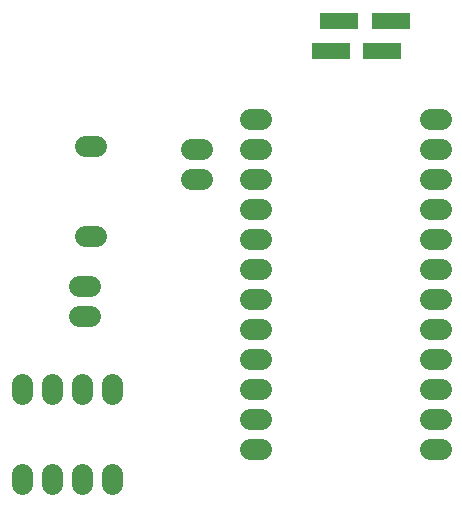
<source format=gts>
G04 ---------------------------- Layer name :TOP SOLDER LAYER*
G04 EasyEDA v5.8.22, Sun, 09 Dec 2018 21:39:12 GMT*
G04 2c5bf0bc6ca0461b88a5c6b9ef220c93*
G04 Gerber Generator version 0.2*
G04 Scale: 100 percent, Rotated: No, Reflected: No *
G04 Dimensions in millimeters *
G04 leading zeros omitted , absolute positions ,3 integer and 3 decimal *
%FSLAX33Y33*%
%MOMM*%
G90*
G71D02*

%ADD19C,1.803197*%
%ADD20C,1.803400*%
%ADD21R,3.203194X1.403198*%

%LPD*%
G54D19*
G01X3047Y14535D02*
G01X3047Y15435D01*
G01X5587Y14535D02*
G01X5587Y15435D01*
G01X8127Y14535D02*
G01X8127Y15435D01*
G01X10667Y14535D02*
G01X10667Y15435D01*
G01X10667Y6915D02*
G01X10667Y7815D01*
G01X8127Y6915D02*
G01X8127Y7815D01*
G01X5587Y6915D02*
G01X5587Y7815D01*
G01X3047Y6915D02*
G01X3047Y7815D01*
G54D20*
G01X37655Y9905D02*
G01X38544Y9905D01*
G01X37655Y12445D02*
G01X38544Y12445D01*
G01X37655Y14985D02*
G01X38544Y14985D01*
G01X37655Y17525D02*
G01X38544Y17525D01*
G01X37655Y20065D02*
G01X38544Y20065D01*
G01X37655Y22605D02*
G01X38544Y22605D01*
G01X37655Y25145D02*
G01X38544Y25145D01*
G01X37655Y27685D02*
G01X38544Y27685D01*
G01X37655Y30225D02*
G01X38544Y30225D01*
G01X37655Y32765D02*
G01X38544Y32765D01*
G01X37655Y35305D02*
G01X38544Y35305D01*
G01X37655Y37845D02*
G01X38544Y37845D01*
G01X23304Y37845D02*
G01X22415Y37845D01*
G01X23304Y35305D02*
G01X22415Y35305D01*
G01X23304Y32765D02*
G01X22415Y32765D01*
G01X23304Y30225D02*
G01X22415Y30225D01*
G01X23304Y27685D02*
G01X22415Y27685D01*
G01X23304Y25145D02*
G01X22415Y25145D01*
G01X23304Y22605D02*
G01X22415Y22605D01*
G01X23304Y20065D02*
G01X22415Y20065D01*
G01X23304Y17525D02*
G01X22415Y17525D01*
G01X23304Y14985D02*
G01X22415Y14985D01*
G01X23304Y12445D02*
G01X22415Y12445D01*
G01X23304Y9905D02*
G01X22415Y9905D01*
G54D19*
G01X17406Y32740D02*
G01X18306Y32740D01*
G01X17406Y35280D02*
G01X18306Y35280D01*
G01X8831Y21178D02*
G01X7931Y21178D01*
G01X8831Y23718D02*
G01X7931Y23718D01*
G01X8439Y27939D02*
G01X9339Y27939D01*
G01X8439Y35559D02*
G01X9339Y35559D01*
G54D21*
G01X33527Y43579D03*
G01X34328Y46179D03*
G01X29225Y43581D03*
G01X29927Y46179D03*
M00*
M02*

</source>
